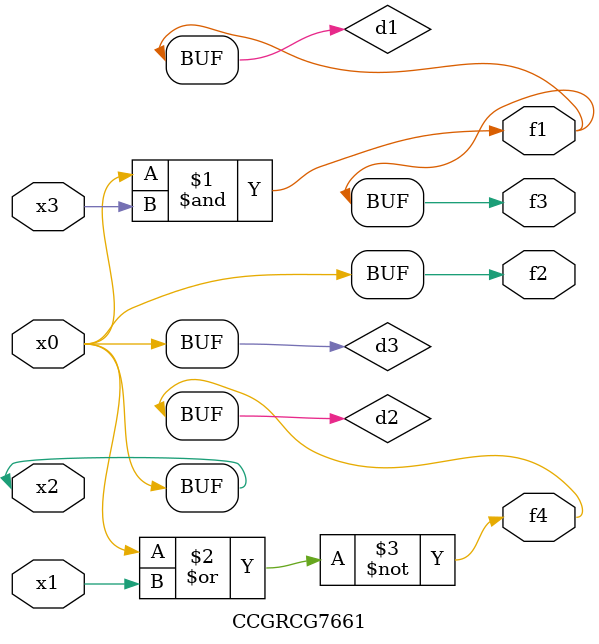
<source format=v>
module CCGRCG7661(
	input x0, x1, x2, x3,
	output f1, f2, f3, f4
);

	wire d1, d2, d3;

	and (d1, x2, x3);
	nor (d2, x0, x1);
	buf (d3, x0, x2);
	assign f1 = d1;
	assign f2 = d3;
	assign f3 = d1;
	assign f4 = d2;
endmodule

</source>
